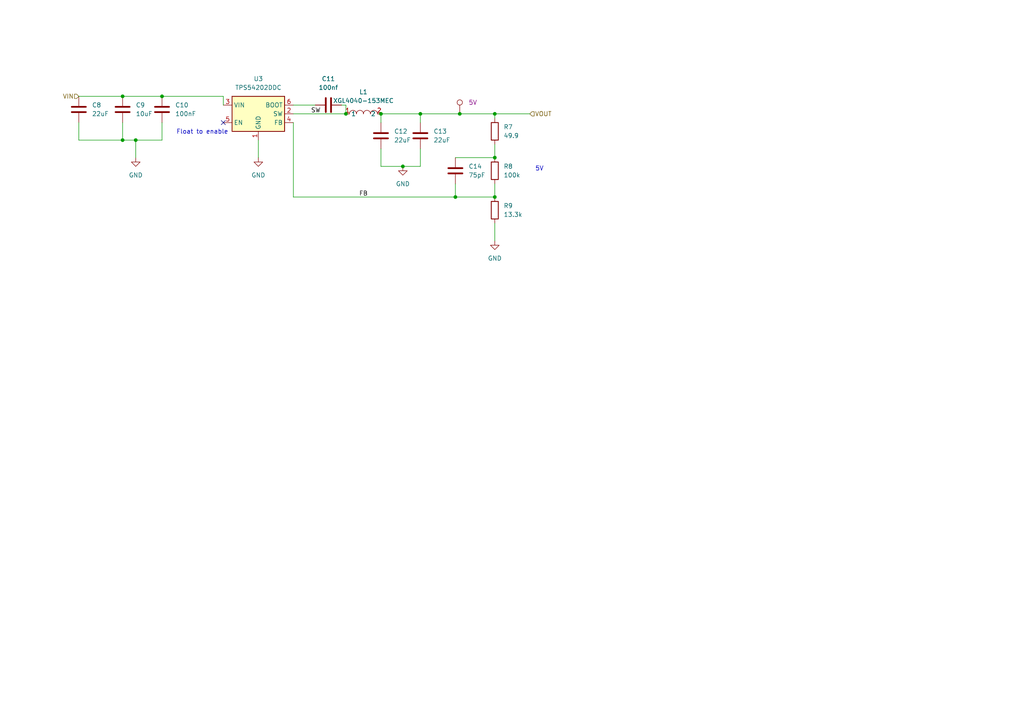
<source format=kicad_sch>
(kicad_sch (version 20250114) (generator "eeschema") (generator_version "9.0")
  (paper "A4")
  (lib_symbols
    (symbol "Device:C" (pin_numbers (hide yes)) (pin_names (offset 0.254))
      (property "Reference" "C" (at 0.635 2.54 0))
      (property "Value" "C" (at 0.635 -2.54 0))
      (symbol "C_0_1"
        (polyline (pts (xy -2.032 0.762) (xy 2.032 0.762)) (stroke (width 0.508)))
        (polyline (pts (xy -2.032 -0.762) (xy 2.032 -0.762)) (stroke (width 0.508)))
      )
      (symbol "C_1_1"
        (pin passive line (at 0 3.81 270) (length 2.794) (name "~") (number "1"))
        (pin passive line (at 0 -3.81 90) (length 2.794) (name "~") (number "2"))
      )
    )
    (symbol "Device:R" (pin_numbers (hide yes)) (pin_names (offset 0))
      (property "Reference" "R" (at 2.032 0 90))
      (property "Value" "R" (at 0 0 90))
      (symbol "R_0_1"
        (rectangle (start -1.016 -2.54) (end 1.016 2.54) (stroke (width 0.254)))
      )
      (symbol "R_1_1"
        (pin passive line (at 0 3.81 270) (length 1.27) (name "~") (number "1"))
        (pin passive line (at 0 -3.81 90) (length 1.27) (name "~") (number "2"))
      )
    )
    (symbol "Regulator_Switching:TPS54202DDC"
      (property "Reference" "U" (at -7.62 6.35 0))
      (property "Value" "TPS54202DDC" (at 0 6.35 0))
      (symbol "TPS54202DDC_0_1"
        (rectangle (start -7.62 5.08) (end 7.62 -5.08) (stroke (width 0.254)) (fill (type background)))
      )
      (symbol "TPS54202DDC_1_1"
        (pin power_in line (at -10.16 2.54 0) (length 2.54) (name "VIN") (number "3"))
        (pin input line (at -10.16 -2.54 0) (length 2.54) (name "EN") (number "5"))
        (pin power_in line (at 0 -7.62 90) (length 2.54) (name "GND") (number "1"))
        (pin passive line (at 10.16 2.54 180) (length 2.54) (name "BOOT") (number "6"))
        (pin power_out line (at 10.16 0 180) (length 2.54) (name "SW") (number "2"))
        (pin input line (at 10.16 -2.54 180) (length 2.54) (name "FB") (number "4"))
      )
    )
    (symbol "easyeda2kicad:LabeledTestPoint" (pin_numbers (hide yes)) (pin_names (offset 0.762) (hide yes)) (in_bom no)
      (property "Label" "label" (at 0 5.08 0))
      (symbol "LabeledTestPoint_0_1"
        (circle (center 0 3.302) (radius 0.762))
      )
      (symbol "LabeledTestPoint_1_1"
        (pin passive line (at 0 0 90) (length 2.54) (name "1") (number "1"))
      )
    )
    (symbol "easyeda2kicad:XGL4040-153MEC"
      (property "Reference" "L" (at 0 5.08 0))
      (property "Value" "XGL4040-153MEC" (at 0 -5.08 0))
      (symbol "XGL4040-153MEC_0_1"
        (arc (start -4.06 -0.01) (mid -2.83 0.99) (end -2.03 0.01))
        (arc (start -2.03 -0.01) (mid -0.8 0.99) (end 0 0.01))
        (arc (start 0 -0.01) (mid 1.23 0.99) (end 2.03 0.01))
        (arc (start 2.03 -0.01) (mid 3.26 0.99) (end 4.06 0.01))
        (pin unspecified line (at -5.08 0 0) (length 1.016) (name "1") (number "1"))
        (pin unspecified line (at 5.08 0 180) (length 1.016) (name "2") (number "2"))
      )
    )
    (symbol "power:GND" (power) (pin_numbers (hide yes)) (pin_names (offset 0) (hide yes))
      (property "Value" "GND" (at 0 -3.81 0))
      (symbol "GND_0_1"
        (polyline (pts (xy 0 0) (xy 0 -1.27) (xy 1.27 -1.27) (xy 0 -2.54) (xy -1.27 -1.27) (xy 0 -1.27)))
      )
      (symbol "GND_1_1"
        (pin power_in line (at 0 0 270) (length 0) (name "~") (number "1"))
      )
    )
  )
  (text "5V" (at 156.464 49.022 0) (effects (font (size 1.27 1.27))))
  (text "Float to enable" (at 58.674 38.354 0) (effects (font (size 1.27 1.27))))
  (junction (at 132.08 57.15))
  (junction (at 116.84 48.26))
  (junction (at 143.51 57.15))
  (junction (at 35.56 27.94))
  (junction (at 121.92 33.02))
  (junction (at 35.56 40.64))
  (junction (at 133.35 33.02))
  (junction (at 46.99 27.94))
  (junction (at 39.37 40.64))
  (junction (at 143.51 33.02))
  (junction (at 100.33 33.02))
  (junction (at 143.51 45.72))
  (junction (at 110.49 33.02))
  (no_connect (at 64.77 35.56))
  (wire (pts (xy 132.08 57.15) (xy 143.51 57.15)))
  (wire (pts (xy 132.08 57.15) (xy 132.08 53.34)))
  (wire (pts (xy 143.51 41.91) (xy 143.51 45.72)))
  (wire (pts (xy 85.09 30.48) (xy 91.44 30.48)))
  (wire (pts (xy 110.49 33.02) (xy 121.92 33.02)))
  (wire (pts (xy 121.92 43.18) (xy 121.92 48.26)))
  (wire (pts (xy 22.86 40.64) (xy 35.56 40.64)))
  (wire (pts (xy 110.49 33.02) (xy 110.49 35.56)))
  (wire (pts (xy 46.99 27.94) (xy 64.77 27.94)))
  (wire (pts (xy 133.35 33.02) (xy 143.51 33.02)))
  (wire (pts (xy 35.56 40.64) (xy 39.37 40.64)))
  (wire (pts (xy 46.99 35.56) (xy 46.99 40.64)))
  (wire (pts (xy 110.49 48.26) (xy 116.84 48.26)))
  (wire (pts (xy 39.37 40.64) (xy 39.37 45.72)))
  (wire (pts (xy 110.49 43.18) (xy 110.49 48.26)))
  (wire (pts (xy 121.92 33.02) (xy 121.92 35.56)))
  (wire (pts (xy 100.33 30.48) (xy 100.33 33.02)))
  (wire (pts (xy 35.56 35.56) (xy 35.56 40.64)))
  (wire (pts (xy 143.51 45.72) (xy 132.08 45.72)))
  (wire (pts (xy 116.84 48.26) (xy 121.92 48.26)))
  (wire (pts (xy 143.51 53.34) (xy 143.51 57.15)))
  (wire (pts (xy 143.51 33.02) (xy 143.51 34.29)))
  (wire (pts (xy 143.51 33.02) (xy 153.67 33.02)))
  (wire (pts (xy 85.09 33.02) (xy 100.33 33.02)))
  (wire (pts (xy 121.92 33.02) (xy 133.35 33.02)))
  (wire (pts (xy 35.56 27.94) (xy 46.99 27.94)))
  (wire (pts (xy 46.99 40.64) (xy 39.37 40.64)))
  (wire (pts (xy 22.86 27.94) (xy 35.56 27.94)))
  (wire (pts (xy 64.77 27.94) (xy 64.77 30.48)))
  (wire (pts (xy 85.09 35.56) (xy 85.09 57.15)))
  (wire (pts (xy 99.06 30.48) (xy 100.33 30.48)))
  (wire (pts (xy 143.51 64.77) (xy 143.51 69.85)))
  (wire (pts (xy 22.86 35.56) (xy 22.86 40.64)))
  (wire (pts (xy 74.93 40.64) (xy 74.93 45.72)))
  (wire (pts (xy 85.09 57.15) (xy 132.08 57.15)))
  (label "SW" (at 90.17 33.02 0))
  (label "FB" (at 104.14 57.15 0))
  (hierarchical_label "VIN" (shape input) (at 22.86 27.94 180))
  (hierarchical_label "VOUT" (shape input) (at 153.67 33.02 0))
  (symbol (lib_id "power:GND") (at 143.51 69.85 0) (unit 1)
    (property "Reference" "#PWR016" (effects (hide yes)))
    (property "Value" "GND" (at 143.51 74.93 0))
    (property "Description" "Power symbol creates a global label with name \"GND\" , ground" (effects (hide yes)))
  )
  (symbol (lib_id "power:GND") (at 39.37 45.72 0) (unit 1)
    (property "Reference" "#PWR013" (effects (hide yes)))
    (property "Value" "GND" (at 39.37 50.8 0))
    (property "Description" "Power symbol creates a global label with name \"GND\" , ground" (effects (hide yes)))
  )
  (symbol (lib_id "Device:R") (at 143.51 49.53 0) (unit 1)
    (property "Reference" "R8" (at 146.05 48.2599 0) (effects (justify left)))
    (property "Value" "100k" (at 146.05 50.7999 0) (effects (justify left)))
    (property "Footprint" "Resistor_SMD:R_0603_1608Metric" (effects (hide yes)))
    (property "Description" "Resistor" (effects (hide yes)))
  )
  (symbol (lib_id "Device:C") (at 132.08 49.53 180) (unit 1)
    (property "Reference" "C14" (at 135.89 48.2599 0) (effects (justify right)))
    (property "Value" "75pF" (at 135.89 50.7999 0) (effects (justify right)))
    (property "Footprint" "Capacitor_SMD:C_0603_1608Metric" (effects (hide yes)))
    (property "Description" "Unpolarized capacitor" (effects (hide yes)))
  )
  (symbol (lib_id "Device:C") (at 46.99 31.75 0) (unit 1)
    (property "Reference" "C10" (at 50.8 30.4799 0) (effects (justify left)))
    (property "Value" "100nF" (at 50.8 33.0199 0) (effects (justify left)))
    (property "Footprint" "Capacitor_SMD:C_0603_1608Metric" (effects (hide yes)))
    (property "Description" "Unpolarized capacitor" (effects (hide yes)))
  )
  (symbol (lib_id "Device:R") (at 143.51 38.1 0) (unit 1)
    (property "Reference" "R7" (at 146.05 36.8299 0) (effects (justify left)))
    (property "Value" "49.9" (at 146.05 39.3699 0) (effects (justify left)))
    (property "Footprint" "Resistor_SMD:R_0603_1608Metric" (effects (hide yes)))
    (property "Description" "Resistor" (effects (hide yes)))
  )
  (symbol (lib_id "Device:C") (at 110.49 39.37 0) (unit 1)
    (property "Reference" "C12" (at 114.3 38.0999 0) (effects (justify left)))
    (property "Value" "22uF" (at 114.3 40.6399 0) (effects (justify left)))
    (property "Footprint" "Capacitor_SMD:C_1206_3216Metric" (effects (hide yes)))
    (property "Description" "Unpolarized capacitor" (effects (hide yes)))
  )
  (symbol (lib_id "Regulator_Switching:TPS54202DDC") (at 74.93 33.02 0) (unit 1)
    (property "Reference" "U3" (at 74.93 22.86 0))
    (property "Value" "TPS54202DDC" (at 74.93 25.4 0))
    (property "Footprint" "Package_TO_SOT_SMD:SOT-23-6" (effects (hide yes)))
    (property "Datasheet" "http://www.ti.com/lit/ds/symlink/tps54202.pdf" (effects (hide yes)))
    (property "Description" "2A, 4.5 to 28V Input, EMI Friendly integrated switch synchronous step-down regulator, pulse-skipping, SOT-23-6" (effects (hide yes)))
  )
  (symbol (lib_id "Device:C") (at 121.92 39.37 0) (unit 1)
    (property "Reference" "C13" (at 125.73 38.0999 0) (effects (justify left)))
    (property "Value" "22uF" (at 125.73 40.6399 0) (effects (justify left)))
    (property "Footprint" "Capacitor_SMD:C_1206_3216Metric" (effects (hide yes)))
    (property "Description" "Unpolarized capacitor" (effects (hide yes)))
  )
  (symbol (lib_id "Device:C") (at 35.56 31.75 0) (unit 1)
    (property "Reference" "C9" (at 39.37 30.4799 0) (effects (justify left)))
    (property "Value" "10uF" (at 39.37 33.0199 0) (effects (justify left)))
    (property "Footprint" "Capacitor_SMD:C_0603_1608Metric" (effects (hide yes)))
    (property "Description" "Unpolarized capacitor" (effects (hide yes)))
  )
  (symbol (lib_id "power:GND") (at 116.84 48.26 0) (unit 1)
    (property "Reference" "#PWR015" (effects (hide yes)))
    (property "Value" "GND" (at 116.84 53.34 0))
    (property "Description" "Power symbol creates a global label with name \"GND\" , ground" (effects (hide yes)))
  )
  (symbol (lib_id "Device:C") (at 22.86 31.75 0) (unit 1)
    (property "Reference" "C8" (at 26.67 30.4799 0) (effects (justify left)))
    (property "Value" "22uF" (at 26.67 33.0199 0) (effects (justify left)))
    (property "Footprint" "Capacitor_SMD:C_1206_3216Metric" (effects (hide yes)))
    (property "Description" "Unpolarized capacitor" (effects (hide yes)))
  )
  (symbol (lib_id "easyeda2kicad:XGL4040-153MEC") (at 105.41 33.02 0) (unit 1)
    (property "Reference" "L1" (at 105.41 26.67 0))
    (property "Value" "XGL4040-153MEC" (at 105.41 29.21 0))
    (property "Footprint" "easyeda2kicad:IND-SMD_L4.0-W4.0_XAL4040-103" (effects (hide yes)))
    (property "LCSC Part" "C3911667" (effects (hide yes)))
  )
  (symbol (lib_id "easyeda2kicad:LabeledTestPoint") (at 133.35 33.02 0) (unit 1) (in_bom no)
    (property "Reference" "TP14" (effects (hide yes)))
    (property "Value" "LabeledTestPoint" (effects (hide yes)))
    (property "Footprint" "easyeda2kicad:LabeledTestPoint" (effects (hide yes)))
    (property "Description" "test point" (effects (hide yes)))
    (property "Label" "5V" (at 135.89 29.7179 0) (effects (justify left)))
  )
  (symbol (lib_id "Device:C") (at 95.25 30.48 90) (unit 1)
    (property "Reference" "C11" (at 95.25 22.86 90))
    (property "Value" "100nf" (at 95.25 25.4 90))
    (property "Footprint" "Capacitor_SMD:C_0603_1608Metric" (effects (hide yes)))
    (property "Description" "Unpolarized capacitor" (effects (hide yes)))
  )
  (symbol (lib_id "Device:R") (at 143.51 60.96 0) (unit 1)
    (property "Reference" "R9" (at 146.05 59.6899 0) (effects (justify left)))
    (property "Value" "13.3k" (at 146.05 62.2299 0) (effects (justify left)))
    (property "Footprint" "Resistor_SMD:R_0603_1608Metric" (effects (hide yes)))
    (property "Description" "Resistor" (effects (hide yes)))
  )
  (symbol (lib_id "power:GND") (at 74.93 45.72 0) (unit 1)
    (property "Reference" "#PWR014" (effects (hide yes)))
    (property "Value" "GND" (at 74.93 50.8 0))
    (property "Description" "Power symbol creates a global label with name \"GND\" , ground" (effects (hide yes)))
  )
)
</source>
